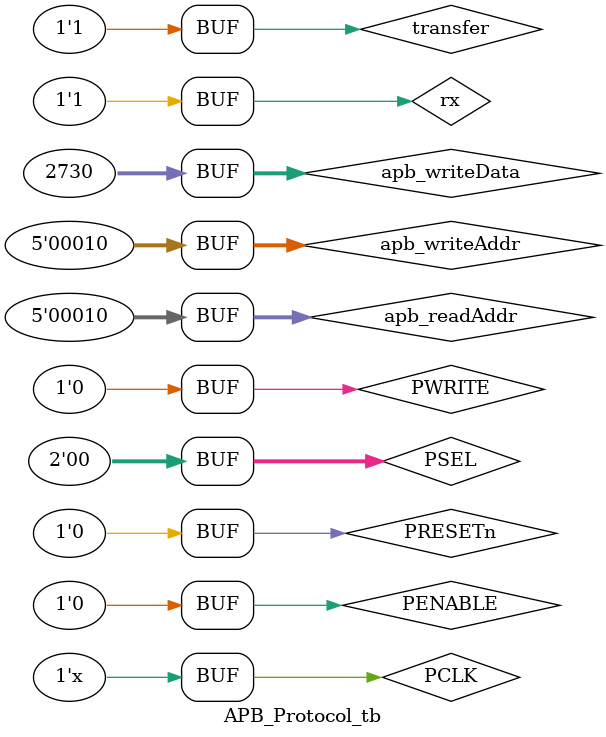
<source format=v>
`include "APB_Protocol.v"

`timescale 1ns/1ns

module APB_Protocol_tb;
    // Inputs
    reg PCLK;
    reg PENABLE;
    reg PWRITE;
    reg transfer;
    reg PRESETn;
    reg [4:0] apb_writeAddr;
    reg [4:0] apb_readAddr;
    reg [31:0] apb_writeData;
    reg [1:0] PSEL;
    reg rx = 1;
    // Outputs
    wire [31:0] apb_readData_out;
    integer i;

    // Instantiate the APB protocol module
    APB_Protcol A1 (PCLK, PENABLE, PWRITE, transfer, PRESETn, apb_writeAddr, apb_readAddr, apb_writeData, PSEL, apb_readData_out,rx);

    // Test vectors
    initial 
    begin
    $dumpfile("dump2.vcd");
    $dumpvars(0,APB_Protocol_tb);
        // Initialize input signals
        PCLK = 1'b0;
        PENABLE = 1'b0;
        PWRITE = 1'b0;
        transfer = 1'b0;
        PRESETn = 1'b0;
        apb_writeAddr = 32'h00000000;
        apb_readAddr = 32'h00000000;
        apb_writeData = 32'h00000000;
        PSEL = 2'b00;
        // Wait for the APB protocol module to PRESETn
        // Assert the PRESETn signal
        // PRESETn = 1'b1;
        // Wait for the APB protocol module to PRESETn
        // Deassert the PRESETn signal
        // PRESETn = 1'b0;
        // Wait for the APB protocol module to stabilize
        #30;
        
    
        //  GPIO TESTBENCH
        PSEL = 2'b01;
        transfer = 1'b1;
        // Write a value to the slave peripheral's memory
        PENABLE = 1'b1;
        PWRITE = 1'b1;
        apb_writeAddr = 1'b1;
        apb_writeData = 32'hABCD1234;
        #30 

        // Read a value from the slave peripheral's memory
        PWRITE = 1'b0;
        apb_readAddr = 1'b1;
        #30; 
        PWRITE = 1'b1;
        apb_writeAddr = 2'b10;
        apb_writeData = 32'hAAA;
        #30;
        PWRITE=1'b0;
        apb_readAddr = 2'b10;
        #30;
        PSEL = 1'b0;
        #30
        PENABLE = 1'b0;

        // UART 
        
    end
    // Clock generator
    always #5 PCLK <= ~PCLK;
endmodule

</source>
